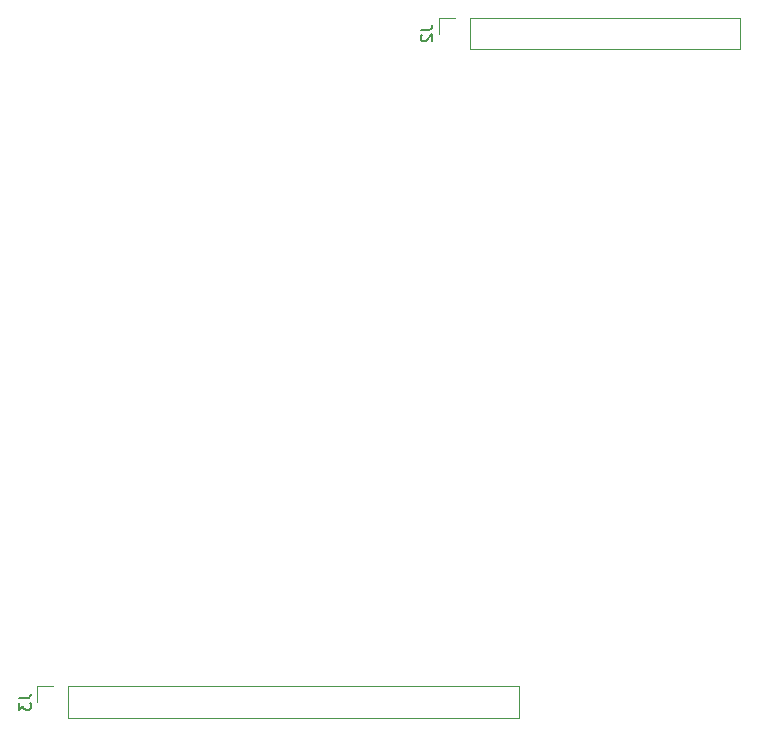
<source format=gbr>
G04 #@! TF.GenerationSoftware,KiCad,Pcbnew,(5.1.2)-1*
G04 #@! TF.CreationDate,2020-01-08T22:11:58-08:00*
G04 #@! TF.ProjectId,kicad-cpu-board-smt,6b696361-642d-4637-9075-2d626f617264,rev?*
G04 #@! TF.SameCoordinates,Original*
G04 #@! TF.FileFunction,Legend,Bot*
G04 #@! TF.FilePolarity,Positive*
%FSLAX46Y46*%
G04 Gerber Fmt 4.6, Leading zero omitted, Abs format (unit mm)*
G04 Created by KiCad (PCBNEW (5.1.2)-1) date 2020-01-08 22:11:58*
%MOMM*%
%LPD*%
G04 APERTURE LIST*
%ADD10C,0.120000*%
%ADD11C,0.150000*%
G04 APERTURE END LIST*
D10*
X61930000Y-73270000D02*
X61930000Y-75930000D01*
X23770000Y-73270000D02*
X61930000Y-73270000D01*
X23770000Y-75930000D02*
X61930000Y-75930000D01*
X23770000Y-73270000D02*
X23770000Y-75930000D01*
X22500000Y-73270000D02*
X21170000Y-73270000D01*
X21170000Y-73270000D02*
X21170000Y-74600000D01*
X80690000Y-16670000D02*
X80690000Y-19330000D01*
X57770000Y-16670000D02*
X80690000Y-16670000D01*
X57770000Y-19330000D02*
X80690000Y-19330000D01*
X57770000Y-16670000D02*
X57770000Y-19330000D01*
X56500000Y-16670000D02*
X55170000Y-16670000D01*
X55170000Y-16670000D02*
X55170000Y-18000000D01*
D11*
X19622380Y-74266666D02*
X20336666Y-74266666D01*
X20479523Y-74219047D01*
X20574761Y-74123809D01*
X20622380Y-73980952D01*
X20622380Y-73885714D01*
X19622380Y-74647619D02*
X19622380Y-75266666D01*
X20003333Y-74933333D01*
X20003333Y-75076190D01*
X20050952Y-75171428D01*
X20098571Y-75219047D01*
X20193809Y-75266666D01*
X20431904Y-75266666D01*
X20527142Y-75219047D01*
X20574761Y-75171428D01*
X20622380Y-75076190D01*
X20622380Y-74790476D01*
X20574761Y-74695238D01*
X20527142Y-74647619D01*
X53622380Y-17666666D02*
X54336666Y-17666666D01*
X54479523Y-17619047D01*
X54574761Y-17523809D01*
X54622380Y-17380952D01*
X54622380Y-17285714D01*
X53717619Y-18095238D02*
X53670000Y-18142857D01*
X53622380Y-18238095D01*
X53622380Y-18476190D01*
X53670000Y-18571428D01*
X53717619Y-18619047D01*
X53812857Y-18666666D01*
X53908095Y-18666666D01*
X54050952Y-18619047D01*
X54622380Y-18047619D01*
X54622380Y-18666666D01*
M02*

</source>
